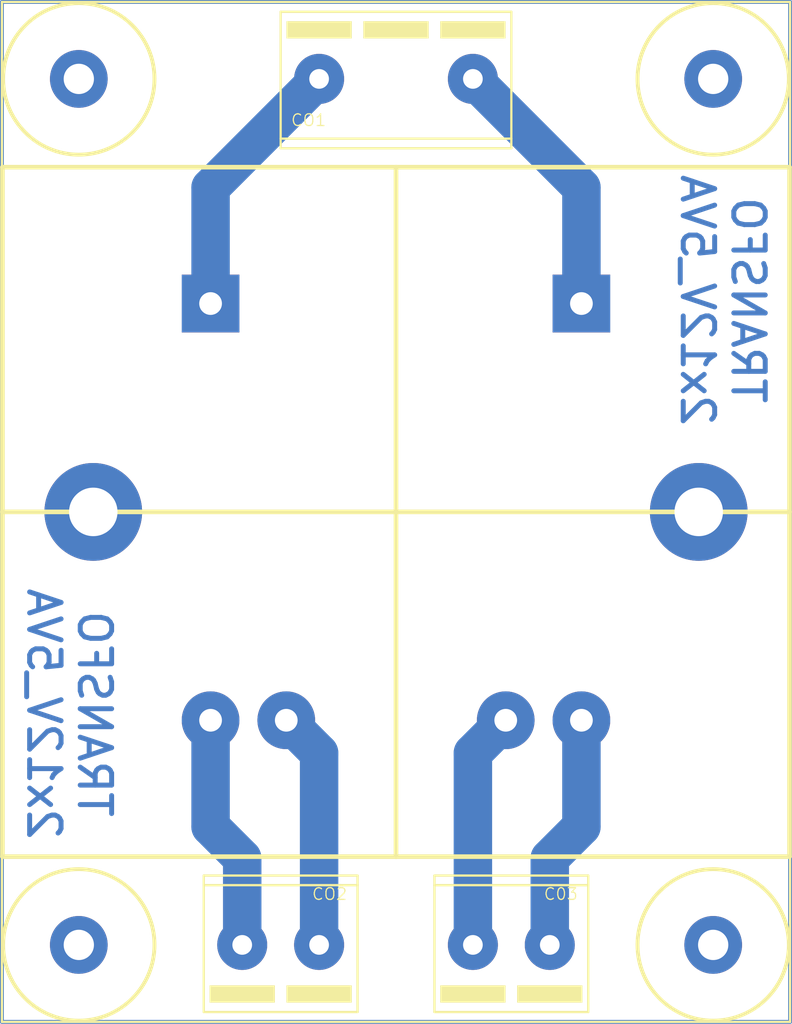
<source format=kicad_pcb>
(kicad_pcb (version 20171130) (host pcbnew "(5.1.2)-1")

  (general
    (thickness 1.6)
    (drawings 10)
    (tracks 22)
    (zones 0)
    (modules 4)
    (nets 12)
  )

  (page A4)
  (layers
    (0 Top signal)
    (31 Bottom signal)
    (32 B.Adhes user)
    (33 F.Adhes user)
    (34 B.Paste user)
    (35 F.Paste user)
    (36 B.SilkS user)
    (37 F.SilkS user)
    (38 B.Mask user)
    (39 F.Mask user)
    (40 Dwgs.User user)
    (41 Cmts.User user)
    (42 Eco1.User user)
    (43 Eco2.User user)
    (44 Edge.Cuts user)
    (45 Margin user)
    (46 B.CrtYd user)
    (47 F.CrtYd user)
    (48 B.Fab user)
    (49 F.Fab user)
  )

  (setup
    (last_trace_width 0.25)
    (trace_clearance 0.2)
    (zone_clearance 0.508)
    (zone_45_only no)
    (trace_min 0.2)
    (via_size 0.8)
    (via_drill 0.4)
    (via_min_size 0.4)
    (via_min_drill 0.3)
    (uvia_size 0.3)
    (uvia_drill 0.1)
    (uvias_allowed no)
    (uvia_min_size 0.2)
    (uvia_min_drill 0.1)
    (edge_width 0.05)
    (segment_width 0.2)
    (pcb_text_width 0.3)
    (pcb_text_size 1.5 1.5)
    (mod_edge_width 0.12)
    (mod_text_size 1 1)
    (mod_text_width 0.15)
    (pad_size 1.524 1.524)
    (pad_drill 0.762)
    (pad_to_mask_clearance 0.051)
    (solder_mask_min_width 0.25)
    (aux_axis_origin 0 0)
    (visible_elements FFFFFF7F)
    (pcbplotparams
      (layerselection 0x010fc_ffffffff)
      (usegerberextensions false)
      (usegerberattributes false)
      (usegerberadvancedattributes false)
      (creategerberjobfile false)
      (excludeedgelayer true)
      (linewidth 0.100000)
      (plotframeref false)
      (viasonmask false)
      (mode 1)
      (useauxorigin false)
      (hpglpennumber 1)
      (hpglpenspeed 20)
      (hpglpendiameter 15.000000)
      (psnegative false)
      (psa4output false)
      (plotreference true)
      (plotvalue true)
      (plotinvisibletext false)
      (padsonsilk false)
      (subtractmaskfromsilk false)
      (outputformat 1)
      (mirror false)
      (drillshape 1)
      (scaleselection 1)
      (outputdirectory ""))
  )

  (net 0 "")
  (net 1 S$8)
  (net 2 S$1)
  (net 3 S$2)
  (net 4 S$4)
  (net 5 S$5)
  (net 6 S$3)
  (net 7 S$6)
  (net 8 S$7)
  (net 9 S$9)
  (net 10 S$10)
  (net 11 S$11)

  (net_class Default "This is the default net class."
    (clearance 0.2)
    (trace_width 0.25)
    (via_dia 0.8)
    (via_drill 0.4)
    (uvia_dia 0.3)
    (uvia_drill 0.1)
    (add_net S$1)
    (add_net S$10)
    (add_net S$11)
    (add_net S$2)
    (add_net S$3)
    (add_net S$4)
    (add_net S$5)
    (add_net S$6)
    (add_net S$7)
    (add_net S$8)
    (add_net S$9)
  )

  (module PCB_LoicR_Transfo2x12V_5VA:MKDS02 (layer Top) (tedit 0) (tstamp 6107F2DF)
    (at 166.9161 99.9236 180)
    (fp_text reference CO2 (at -4.445 3.81 180) (layer F.SilkS)
      (effects (font (size 0.77216 0.77216) (thickness 0.08128)) (justify right top))
    )
    (fp_text value "" (at 0 3.81 180) (layer F.Fab)
      (effects (font (size 0.77216 0.77216) (thickness 0.08128)) (justify right top))
    )
    (fp_poly (pts (xy -4.699 -2.667) (xy -0.381 -2.667) (xy -0.381 -3.81) (xy -4.699 -3.81)) (layer F.SilkS) (width 0))
    (fp_poly (pts (xy 0.381 -2.667) (xy 4.699 -2.667) (xy 4.699 -3.81) (xy 0.381 -3.81)) (layer F.SilkS) (width 0))
    (fp_text user 2 (at 3.683 -1.778 180) (layer F.Fab)
      (effects (font (size 0.95 0.95) (thickness 0.1)) (justify left bottom))
    )
    (fp_text user 1 (at -1.27 -1.778 180) (layer F.Fab)
      (effects (font (size 0.95 0.95) (thickness 0.1)) (justify left bottom))
    )
    (fp_circle (center 2.54 0) (end 4.445 0) (layer F.Fab) (width 0.1524))
    (fp_circle (center 2.54 0) (end 4.064 0) (layer F.Fab) (width 0.254))
    (fp_circle (center -2.54 0) (end -0.635 0) (layer F.Fab) (width 0.1524))
    (fp_circle (center -2.54 0) (end -1.016 0) (layer F.Fab) (width 0.254))
    (fp_line (start -5.08 -4.429) (end 5.08 -4.429) (layer F.SilkS) (width 0.1524))
    (fp_line (start 5.08 -4.429) (end 5.08 3.942) (layer F.SilkS) (width 0.1524))
    (fp_line (start -5.08 -4.429) (end -5.08 3.942) (layer F.SilkS) (width 0.1524))
    (fp_line (start 1.6002 0.9144) (end 3.4544 -0.9398) (layer F.Fab) (width 0.6096))
    (fp_line (start 5.08 3.942) (end 5.08 4.577) (layer F.SilkS) (width 0.1524))
    (fp_line (start -5.08 3.942) (end 5.08 3.942) (layer F.SilkS) (width 0.1524))
    (fp_line (start -5.08 4.577) (end 5.08 4.577) (layer F.SilkS) (width 0.1524))
    (fp_line (start -3.4798 0.9144) (end -1.6256 -0.9398) (layer F.Fab) (width 0.6096))
    (fp_line (start -5.08 3.942) (end -5.08 4.577) (layer F.SilkS) (width 0.1524))
    (pad 2 thru_hole circle (at 2.54 0 270) (size 3.302 3.302) (drill 1.3) (layers *.Cu *.Mask)
      (net 9 S$9) (solder_mask_margin 0.1016))
    (pad 1 thru_hole circle (at -2.54 0 270) (size 3.302 3.302) (drill 1.3) (layers *.Cu *.Mask)
      (net 8 S$7) (solder_mask_margin 0.1016))
  )

  (module PCB_LoicR_Transfo2x12V_5VA:MKDS02 (layer Top) (tedit 0) (tstamp 6107F2F5)
    (at 182.1561 99.9236 180)
    (fp_text reference C03 (at -4.445 3.81 180) (layer F.SilkS)
      (effects (font (size 0.77216 0.77216) (thickness 0.08128)) (justify right top))
    )
    (fp_text value "" (at 0 3.81 180) (layer F.Fab)
      (effects (font (size 0.77216 0.77216) (thickness 0.08128)) (justify right top))
    )
    (fp_poly (pts (xy -4.699 -2.667) (xy -0.381 -2.667) (xy -0.381 -3.81) (xy -4.699 -3.81)) (layer F.SilkS) (width 0))
    (fp_poly (pts (xy 0.381 -2.667) (xy 4.699 -2.667) (xy 4.699 -3.81) (xy 0.381 -3.81)) (layer F.SilkS) (width 0))
    (fp_text user 2 (at 3.683 -1.778 180) (layer F.Fab)
      (effects (font (size 0.95 0.95) (thickness 0.1)) (justify left bottom))
    )
    (fp_text user 1 (at -1.27 -1.778 180) (layer F.Fab)
      (effects (font (size 0.95 0.95) (thickness 0.1)) (justify left bottom))
    )
    (fp_circle (center 2.54 0) (end 4.445 0) (layer F.Fab) (width 0.1524))
    (fp_circle (center 2.54 0) (end 4.064 0) (layer F.Fab) (width 0.254))
    (fp_circle (center -2.54 0) (end -0.635 0) (layer F.Fab) (width 0.1524))
    (fp_circle (center -2.54 0) (end -1.016 0) (layer F.Fab) (width 0.254))
    (fp_line (start -5.08 -4.429) (end 5.08 -4.429) (layer F.SilkS) (width 0.1524))
    (fp_line (start 5.08 -4.429) (end 5.08 3.942) (layer F.SilkS) (width 0.1524))
    (fp_line (start -5.08 -4.429) (end -5.08 3.942) (layer F.SilkS) (width 0.1524))
    (fp_line (start 1.6002 0.9144) (end 3.4544 -0.9398) (layer F.Fab) (width 0.6096))
    (fp_line (start 5.08 3.942) (end 5.08 4.577) (layer F.SilkS) (width 0.1524))
    (fp_line (start -5.08 3.942) (end 5.08 3.942) (layer F.SilkS) (width 0.1524))
    (fp_line (start -5.08 4.577) (end 5.08 4.577) (layer F.SilkS) (width 0.1524))
    (fp_line (start -3.4798 0.9144) (end -1.6256 -0.9398) (layer F.Fab) (width 0.6096))
    (fp_line (start -5.08 3.942) (end -5.08 4.577) (layer F.SilkS) (width 0.1524))
    (pad 2 thru_hole circle (at 2.54 0 270) (size 3.302 3.302) (drill 1.3) (layers *.Cu *.Mask)
      (net 10 S$10) (solder_mask_margin 0.1016))
    (pad 1 thru_hole circle (at -2.54 0 270) (size 3.302 3.302) (drill 1.3) (layers *.Cu *.Mask)
      (net 11 S$11) (solder_mask_margin 0.1016))
  )

  (module PCB_LoicR_Transfo2x12V_5VA:MKDS03-1 (layer Top) (tedit 0) (tstamp 6107F30B)
    (at 174.5361 42.7736)
    (fp_text reference CO1 (at -6.985 3.175) (layer F.SilkS)
      (effects (font (size 0.77216 0.77216) (thickness 0.08128)) (justify left bottom))
    )
    (fp_text value "" (at 2.54 3.175) (layer F.Fab)
      (effects (font (size 0.77216 0.77216) (thickness 0.08128)) (justify left bottom))
    )
    (fp_poly (pts (xy 2.921 -2.667) (xy 7.239 -2.667) (xy 7.239 -3.81) (xy 2.921 -3.81)) (layer F.SilkS) (width 0))
    (fp_poly (pts (xy -7.239 -2.667) (xy -2.921 -2.667) (xy -2.921 -3.81) (xy -7.239 -3.81)) (layer F.SilkS) (width 0))
    (fp_poly (pts (xy -2.159 -2.667) (xy 2.159 -2.667) (xy 2.159 -3.81) (xy -2.159 -3.81)) (layer F.SilkS) (width 0))
    (fp_text user 3 (at 6.223 -1.778) (layer F.Fab)
      (effects (font (size 0.95 0.95) (thickness 0.1)) (justify left bottom))
    )
    (fp_text user 1 (at -3.81 -1.778) (layer F.Fab)
      (effects (font (size 0.95 0.95) (thickness 0.1)) (justify left bottom))
    )
    (fp_circle (center 5.08 0) (end 6.604 0) (layer F.Fab) (width 0.254))
    (fp_circle (center 5.08 0) (end 6.985 0) (layer F.Fab) (width 0.1524))
    (fp_circle (center -5.08 0) (end -3.175 0) (layer F.Fab) (width 0.1524))
    (fp_circle (center -5.08 0) (end -3.556 0) (layer F.Fab) (width 0.254))
    (fp_line (start 4.1402 0.9144) (end 5.9944 -0.9398) (layer F.Fab) (width 0.6096))
    (fp_line (start -7.62 -4.429) (end 7.62 -4.429) (layer F.SilkS) (width 0.1524))
    (fp_line (start 7.62 -4.429) (end 7.62 3.942) (layer F.SilkS) (width 0.1524))
    (fp_line (start -7.62 -4.429) (end -7.62 3.942) (layer F.SilkS) (width 0.1524))
    (fp_line (start 7.62 3.942) (end 7.62 4.577) (layer F.SilkS) (width 0.1524))
    (fp_line (start -7.62 3.942) (end 7.62 3.942) (layer F.SilkS) (width 0.1524))
    (fp_line (start -7.62 4.577) (end 7.62 4.577) (layer F.SilkS) (width 0.1524))
    (fp_line (start -6.0198 0.9144) (end -4.1656 -0.9398) (layer F.Fab) (width 0.6096))
    (fp_line (start -7.62 3.942) (end -7.62 4.577) (layer F.SilkS) (width 0.1524))
    (pad 3 thru_hole circle (at 5.08 0 90) (size 3.302 3.302) (drill 1.3) (layers *.Cu *.Mask)
      (net 7 S$6) (solder_mask_margin 0.1016))
    (pad 1 thru_hole circle (at -5.08 0 90) (size 3.302 3.302) (drill 1.3) (layers *.Cu *.Mask)
      (net 6 S$3) (solder_mask_margin 0.1016))
  )

  (module PCB_LoicR_Transfo2x12V_5VA:TM212_5 (layer Top) (tedit 0) (tstamp 6107F322)
    (at 174.5361 71.3486 180)
    (fp_text reference E$1 (at 0 0 180) (layer F.SilkS) hide
      (effects (font (size 1.27 1.27) (thickness 0.15)) (justify right top))
    )
    (fp_text value "" (at 0 0 180) (layer F.SilkS) hide
      (effects (font (size 1.27 1.27) (thickness 0.15)) (justify right top))
    )
    (fp_text user 6 (at 12.25 8.5 180) (layer Dwgs.User)
      (effects (font (size 2.413 2.413) (thickness 0.381)) (justify mirror))
    )
    (fp_text user 1 (at -12.25 8.25 180) (layer Dwgs.User)
      (effects (font (size 2.413 2.413) (thickness 0.381)) (justify mirror))
    )
    (fp_line (start 0 22.75) (end 0 -22.75) (layer F.SilkS) (width 0.3048))
    (fp_line (start 26 0) (end -26 0) (layer F.SilkS) (width 0.3048))
    (fp_line (start -26 0) (end -26 -22.75) (layer F.SilkS) (width 0.3048))
    (fp_line (start -26 22.75) (end -26 0) (layer F.SilkS) (width 0.3048))
    (fp_line (start 0 -22.75) (end -26 -22.75) (layer F.SilkS) (width 0.3048))
    (fp_line (start 26 -22.75) (end 0 -22.75) (layer F.SilkS) (width 0.3048))
    (fp_line (start 26 0) (end 26 -22.75) (layer F.SilkS) (width 0.3048))
    (fp_line (start 26 22.75) (end 26 0) (layer F.SilkS) (width 0.3048))
    (fp_line (start 0 22.75) (end 26 22.75) (layer F.SilkS) (width 0.3048))
    (fp_line (start -26 22.75) (end 0 22.75) (layer F.SilkS) (width 0.3048))
    (pad P$8 thru_hole circle (at 20 0 180) (size 6.4516 6.4516) (drill 3.2) (layers *.Cu *.Mask)
      (solder_mask_margin 0.1016))
    (pad P$7 thru_hole circle (at -20 0 180) (size 6.4516 6.4516) (drill 3.2) (layers *.Cu *.Mask)
      (solder_mask_margin 0.1016))
    (pad P$6 thru_hole circle (at 7.25 -13.75 180) (size 3.81 3.81) (drill 1.5) (layers *.Cu *.Mask)
      (net 8 S$7) (solder_mask_margin 0.1016))
    (pad P$5 thru_hole circle (at 12.25 -13.75 180) (size 3.81 3.81) (drill 1.5) (layers *.Cu *.Mask)
      (net 9 S$9) (solder_mask_margin 0.1016))
    (pad P$4 thru_hole circle (at -7.25 -13.75 180) (size 3.81 3.81) (drill 1.5) (layers *.Cu *.Mask)
      (net 10 S$10) (solder_mask_margin 0.1016))
    (pad P$3 thru_hole circle (at -12.25 -13.75 180) (size 3.81 3.81) (drill 1.5) (layers *.Cu *.Mask)
      (net 11 S$11) (solder_mask_margin 0.1016))
    (pad P$2 thru_hole rect (at 12.25 13.75 180) (size 3.81 3.81) (drill 1.5) (layers *.Cu *.Mask)
      (net 6 S$3) (solder_mask_margin 0.1016))
    (pad P$1 thru_hole rect (at -12.25 13.75 180) (size 3.81 3.81) (drill 1.5) (layers *.Cu *.Mask)
      (net 7 S$6) (solder_mask_margin 0.1016))
  )

  (gr_circle (center 153.5811 42.7736) (end 158.5811 42.7736) (layer F.SilkS) (width 0.254) (tstamp 2DF65180))
  (gr_circle (center 195.4911 42.7736) (end 200.4911 42.7736) (layer F.SilkS) (width 0.254) (tstamp 2DF65040))
  (gr_circle (center 153.5811 99.9236) (end 158.5811 99.9236) (layer F.SilkS) (width 0.254) (tstamp 2DF66800))
  (gr_circle (center 195.4911 99.9236) (end 200.4911 99.9236) (layer F.SilkS) (width 0.254) (tstamp 2DF668A0))
  (gr_line (start 148.5011 37.6936) (end 200.5711 37.6936) (layer F.SilkS) (width 0.15) (tstamp 2DF66940))
  (gr_line (start 200.5711 37.6936) (end 200.5711 105.0036) (layer F.SilkS) (width 0.15) (tstamp 2DF65D60))
  (gr_line (start 200.5711 105.0036) (end 148.5011 105.0036) (layer F.SilkS) (width 0.15) (tstamp 2DF669E0))
  (gr_line (start 148.5011 105.0036) (end 148.5011 37.6936) (layer F.SilkS) (width 0.15) (tstamp 2DF64F00))
  (gr_text "TRANSFO\n2x12V_5VA" (at 152.9461 84.6836 -90) (layer Bottom) (tstamp 2DF654A0)
    (effects (font (size 2.07518 2.07518) (thickness 0.32766)) (justify mirror))
  )
  (gr_text "TRANSFO\n2x12V_5VA" (at 196.1261 57.3786 -90) (layer Bottom) (tstamp 2DF650E0)
    (effects (font (size 2.07518 2.07518) (thickness 0.32766)) (justify mirror))
  )

  (segment (start 148.5011 105.0036) (end 200.5711 105.0036) (width 0.254) (layer Bottom) (net 1) (tstamp 2E06E850))
  (segment (start 200.5711 105.0036) (end 200.5711 37.6936) (width 0.254) (layer Bottom) (net 1) (tstamp 2E06DC70))
  (segment (start 200.5711 37.6936) (end 148.5011 37.6936) (width 0.254) (layer Bottom) (net 1) (tstamp 2E06F110))
  (segment (start 148.5011 37.6936) (end 148.5011 105.0036) (width 0.254) (layer Bottom) (net 1) (tstamp 2E06DBD0))
  (via (at 153.5811 42.7736) (size 3.81) (drill 2) (layers Top Bottom) (net 2) (tstamp 2E06E490))
  (via (at 195.4911 42.7736) (size 3.81) (drill 2) (layers Top Bottom) (net 3) (tstamp 2E06E990))
  (via (at 153.5811 99.9236) (size 3.81) (drill 2) (layers Top Bottom) (net 4) (tstamp 2E06EB70))
  (via (at 195.4911 99.9236) (size 3.81) (drill 2) (layers Top Bottom) (net 5) (tstamp 2E06DA90))
  (segment (start 162.2861 57.5986) (end 162.2861 49.9436) (width 2.54) (layer Bottom) (net 6) (tstamp 2E06DE50))
  (segment (start 162.2861 49.9436) (end 169.4561 42.7736) (width 2.54) (layer Bottom) (net 6) (tstamp 2E06EC10))
  (segment (start 186.7861 57.5986) (end 186.7861 49.9436) (width 2.54) (layer Bottom) (net 7) (tstamp 2E06DF90))
  (segment (start 186.7861 49.9436) (end 179.6161 42.7736) (width 2.54) (layer Bottom) (net 7) (tstamp 2E06E8F0))
  (segment (start 167.2861 85.0986) (end 169.4561 87.2686) (width 2.54) (layer Bottom) (net 8) (tstamp 2E06E0D0))
  (segment (start 169.4561 87.2686) (end 169.4561 99.9236) (width 2.54) (layer Bottom) (net 8) (tstamp 2E06ED50))
  (segment (start 162.2861 85.0986) (end 162.2861 92.1186) (width 2.54) (layer Bottom) (net 9) (tstamp 2E06F070))
  (segment (start 162.2861 92.1186) (end 164.3761 94.2086) (width 2.54) (layer Bottom) (net 9) (tstamp 2E06E170))
  (segment (start 164.3761 94.2086) (end 164.3761 99.9236) (width 2.54) (layer Bottom) (net 9) (tstamp 2E06EDF0))
  (segment (start 181.7861 85.0986) (end 179.6161 87.2686) (width 2.54) (layer Bottom) (net 10) (tstamp 2E06E7B0))
  (segment (start 179.6161 87.2686) (end 179.6161 99.9236) (width 2.54) (layer Bottom) (net 10) (tstamp 2E06B330))
  (segment (start 186.7861 85.0986) (end 186.7861 92.1186) (width 2.54) (layer Bottom) (net 11) (tstamp 2E06B290))
  (segment (start 186.7861 92.1186) (end 184.6961 94.2086) (width 2.54) (layer Bottom) (net 11) (tstamp 2E06B5B0))
  (segment (start 184.6961 94.2086) (end 184.6961 99.9236) (width 2.54) (layer Bottom) (net 11) (tstamp 2E06B790))

)

</source>
